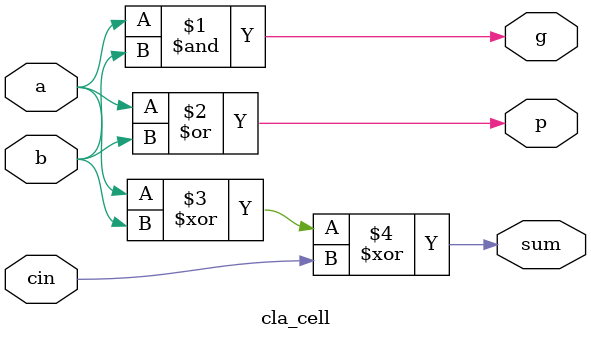
<source format=v>
module cla_cell(
   input a, 
   input b,
   input cin, // Determined using other generate and propagates.
   output sum,
   output g, // Generate
   output p // Propagate
);

   assign g = a & b;

   assign p = a | b;

   assign sum = a ^ b ^ cin;

   endmodule
   

</source>
